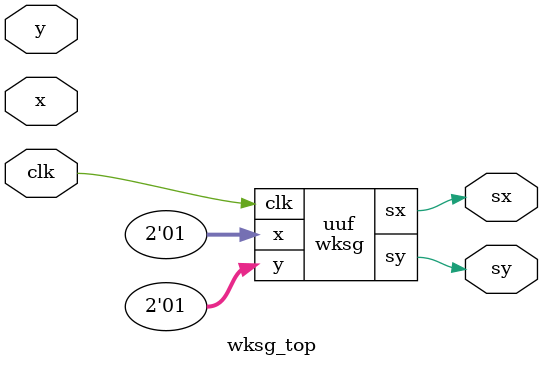
<source format=v>
module wksg(
  input [1:0]x,
  input [1:0]y,
  input clk,
  output sx,
  output sy
  );
reg sx,sy;
  always @(posedge clk)
    begin
      if(x==2'b00 && y==2'b00)
        begin
        sx<=0;
        sy<=0;
         end
      if(x==2'b00 && y==2'b01)
       begin
         sx<=0;
         sy<=1;
         end
     if(x==2'b01 && y==2'b00)
       begin
         sx<=1;
         sy<=0;
       end
    end
endmodule

module wksg_top(
  input clk,
  input x,
  input y,
  output sx,
  output sy
);
  wksg uuf(1,1, clk, sx, sy);
endmodule
</source>
